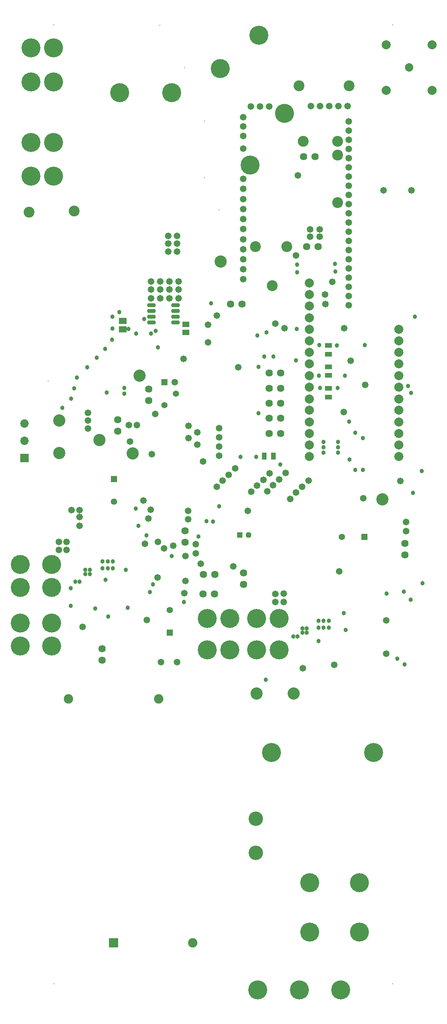
<source format=gbs>
G04*
G04 #@! TF.GenerationSoftware,Altium Limited,Altium Designer,21.0.9 (235)*
G04*
G04 Layer_Color=16711935*
%FSLAX24Y24*%
%MOIN*%
G70*
G04*
G04 #@! TF.SameCoordinates,2D4ACE21-508C-4F28-9509-530EA4604CDE*
G04*
G04*
G04 #@! TF.FilePolarity,Negative*
G04*
G01*
G75*
%ADD68R,0.0639X0.0505*%
%ADD76R,0.0631X0.0434*%
%ADD77R,0.0442X0.0639*%
%ADD84R,0.0659X0.0517*%
%ADD108C,0.0556*%
%ADD109R,0.0556X0.0556*%
%ADD111C,0.1655*%
%ADD112R,0.0730X0.0730*%
%ADD113C,0.0730*%
%ADD114C,0.0946*%
%ADD115C,0.0080*%
%ADD116C,0.1064*%
%ADD117C,0.0789*%
%ADD118C,0.0640*%
%ADD119C,0.0789*%
%ADD120R,0.0540X0.0540*%
%ADD121C,0.0540*%
%ADD122C,0.0821*%
%ADD123R,0.0821X0.0821*%
%ADD124R,0.0556X0.0556*%
%ADD125R,0.0477X0.0477*%
%ADD126P,0.0516X8X202.5*%
%ADD127C,0.1261*%
%ADD128C,0.1655*%
%ADD129C,0.0380*%
%ADD130C,0.0580*%
G04:AMPARAMS|DCode=184|XSize=70.2mil|YSize=31.6mil|CornerRadius=7mil|HoleSize=0mil|Usage=FLASHONLY|Rotation=0.000|XOffset=0mil|YOffset=0mil|HoleType=Round|Shape=RoundedRectangle|*
%AMROUNDEDRECTD184*
21,1,0.0702,0.0177,0,0,0.0*
21,1,0.0563,0.0316,0,0,0.0*
1,1,0.0139,0.0282,-0.0089*
1,1,0.0139,-0.0282,-0.0089*
1,1,0.0139,-0.0282,0.0089*
1,1,0.0139,0.0282,0.0089*
%
%ADD184ROUNDEDRECTD184*%
D68*
X22400Y71638D02*
D03*
Y72342D02*
D03*
D76*
X34830Y69766D02*
D03*
Y70514D02*
D03*
Y67902D02*
D03*
Y68650D02*
D03*
Y66770D02*
D03*
Y66022D02*
D03*
D77*
X29256Y60870D02*
D03*
X30044D02*
D03*
D84*
X16920Y71926D02*
D03*
Y72634D02*
D03*
D108*
X21000Y47484D02*
D03*
X16150Y56909D02*
D03*
X36016Y53850D02*
D03*
D109*
X21000Y45516D02*
D03*
X16150Y58878D02*
D03*
D111*
X35910Y14400D02*
D03*
X32300D02*
D03*
X28690D02*
D03*
X28760Y97530D02*
D03*
X25410Y94620D02*
D03*
X16630Y92520D02*
D03*
X31020Y90730D02*
D03*
X21190Y92520D02*
D03*
X28000Y86220D02*
D03*
X10723Y49466D02*
D03*
X7964D02*
D03*
X10723Y51434D02*
D03*
X7964D02*
D03*
X10723Y44366D02*
D03*
X7964D02*
D03*
X10723Y46334D02*
D03*
X7964D02*
D03*
X8906Y85244D02*
D03*
Y88196D02*
D03*
X10874Y85244D02*
D03*
Y88196D02*
D03*
X8906Y93454D02*
D03*
Y96406D02*
D03*
X10874Y93454D02*
D03*
Y96406D02*
D03*
X28576Y44007D02*
D03*
Y46766D02*
D03*
X30544Y44007D02*
D03*
Y46766D02*
D03*
X24266Y44007D02*
D03*
Y46766D02*
D03*
X26234Y44007D02*
D03*
Y46766D02*
D03*
X29881Y35080D02*
D03*
X38779D02*
D03*
D112*
X8340Y60730D02*
D03*
D113*
Y62230D02*
D03*
Y63730D02*
D03*
X41872Y94708D02*
D03*
D114*
X29927Y75722D02*
D03*
X8740Y82100D02*
D03*
X32260Y93100D02*
D03*
X35644Y82938D02*
D03*
Y87090D02*
D03*
X28470Y79110D02*
D03*
X35644Y88280D02*
D03*
X32650D02*
D03*
X31200Y79110D02*
D03*
X36650Y93100D02*
D03*
X12680Y82230D02*
D03*
D115*
X25310Y82316D02*
D03*
X10405Y67410D02*
D03*
X24040Y90040D02*
D03*
Y85120D02*
D03*
X20150Y98380D02*
D03*
X22300Y94670D02*
D03*
X40449Y98425D02*
D03*
X40449Y14938D02*
D03*
X10921D02*
D03*
Y98425D02*
D03*
D116*
X28580Y40230D02*
D03*
X25450Y77830D02*
D03*
X18370Y67890D02*
D03*
X14880Y62280D02*
D03*
X17790Y61100D02*
D03*
X11380Y63990D02*
D03*
Y61160D02*
D03*
X39540Y57130D02*
D03*
X31820Y40230D02*
D03*
D117*
X39884Y96696D02*
D03*
X43860D02*
D03*
Y92720D02*
D03*
X39884D02*
D03*
D118*
X30670Y68100D02*
D03*
X29670D02*
D03*
X30670Y66790D02*
D03*
X29670D02*
D03*
X30670Y65480D02*
D03*
X29670D02*
D03*
X29660Y64170D02*
D03*
X30660D02*
D03*
Y62860D02*
D03*
X29660D02*
D03*
X27450Y49710D02*
D03*
Y50710D02*
D03*
X27300Y74110D02*
D03*
X26300D02*
D03*
X33670Y86960D02*
D03*
X32670D02*
D03*
X32937Y79100D02*
D03*
X33937D02*
D03*
X19190Y65730D02*
D03*
Y66730D02*
D03*
X16460Y63060D02*
D03*
Y64060D02*
D03*
X41510Y52270D02*
D03*
Y53270D02*
D03*
X24936Y50589D02*
D03*
X23936D02*
D03*
X23900Y48870D02*
D03*
X24900D02*
D03*
X22350Y54384D02*
D03*
Y53384D02*
D03*
X15100Y44100D02*
D03*
Y43100D02*
D03*
D119*
X40974Y66884D02*
D03*
X33171Y71924D02*
D03*
Y72931D02*
D03*
X40974Y69908D02*
D03*
X33171Y74947D02*
D03*
Y70916D02*
D03*
Y69908D02*
D03*
Y68900D02*
D03*
Y67892D02*
D03*
Y66884D02*
D03*
Y65841D02*
D03*
Y64872D02*
D03*
Y63864D02*
D03*
Y62857D02*
D03*
Y61849D02*
D03*
Y60841D02*
D03*
X40974Y71924D02*
D03*
Y70916D02*
D03*
Y68900D02*
D03*
Y67892D02*
D03*
Y65841D02*
D03*
Y64872D02*
D03*
Y63864D02*
D03*
Y62857D02*
D03*
Y61849D02*
D03*
Y60841D02*
D03*
X33171Y73939D02*
D03*
Y75955D02*
D03*
D120*
X20525Y67331D02*
D03*
D121*
Y65331D02*
D03*
X21525Y66331D02*
D03*
D122*
X20047Y39760D02*
D03*
X12173D02*
D03*
X23000Y18500D02*
D03*
D123*
X16110D02*
D03*
D124*
X37984Y53850D02*
D03*
D125*
X27096Y54000D02*
D03*
D126*
X27884D02*
D03*
D127*
X28500Y29300D02*
D03*
Y26347D02*
D03*
D128*
X37551Y23765D02*
D03*
X33220D02*
D03*
X37551Y19435D02*
D03*
X33220D02*
D03*
D129*
X30640Y60140D02*
D03*
X34395Y61655D02*
D03*
X35660D02*
D03*
Y61180D02*
D03*
X34395D02*
D03*
X36650Y63870D02*
D03*
X36660Y60580D02*
D03*
X35650Y66810D02*
D03*
X28650Y71378D02*
D03*
X19960Y70340D02*
D03*
X24773Y55198D02*
D03*
X19360Y71560D02*
D03*
X19770Y71770D02*
D03*
X18760Y72820D02*
D03*
X35420Y77610D02*
D03*
X32096Y77562D02*
D03*
X35430Y76940D02*
D03*
X32120Y76870D02*
D03*
X36270Y67880D02*
D03*
X34009Y67877D02*
D03*
X24620Y74190D02*
D03*
X28730Y68640D02*
D03*
X28749Y64601D02*
D03*
X17411Y71949D02*
D03*
X23520Y53880D02*
D03*
X24200Y55200D02*
D03*
X25310Y56510D02*
D03*
X18280Y54800D02*
D03*
X29390Y41410D02*
D03*
X15630Y46930D02*
D03*
X38004Y70560D02*
D03*
X42050Y66380D02*
D03*
X41780Y66969D02*
D03*
X34050Y70550D02*
D03*
X35580Y70530D02*
D03*
X42370Y73030D02*
D03*
X34120Y66820D02*
D03*
X37840Y62450D02*
D03*
X37170Y62920D02*
D03*
X35660Y62130D02*
D03*
X34395D02*
D03*
X32075Y71944D02*
D03*
X32000Y69219D02*
D03*
X29425Y71644D02*
D03*
X30025Y69544D02*
D03*
X29225D02*
D03*
X18975Y53994D02*
D03*
X18038Y56331D02*
D03*
X12375Y49394D02*
D03*
Y47844D02*
D03*
X22245Y48194D02*
D03*
X19553Y49716D02*
D03*
X40835Y43253D02*
D03*
X41475Y42754D02*
D03*
X41415Y49074D02*
D03*
X39915Y48924D02*
D03*
X43055Y49804D02*
D03*
X41998Y48371D02*
D03*
X42975Y59594D02*
D03*
X42195Y57694D02*
D03*
X37840Y59694D02*
D03*
X37175D02*
D03*
X28540Y60827D02*
D03*
X27180D02*
D03*
X21159Y52174D02*
D03*
X17033Y66826D02*
D03*
X17030Y66320D02*
D03*
X15510Y66400D02*
D03*
X11640Y65090D02*
D03*
X12410Y65880D02*
D03*
X18060Y71540D02*
D03*
X16600Y73400D02*
D03*
X15999Y71999D02*
D03*
X12660Y66790D02*
D03*
X12900Y67700D02*
D03*
X13800Y68600D02*
D03*
X14645Y69445D02*
D03*
X15380Y70200D02*
D03*
X15980Y71000D02*
D03*
X16000Y73000D02*
D03*
X32562Y45533D02*
D03*
Y45873D02*
D03*
X32942D02*
D03*
Y45533D02*
D03*
X32130Y45179D02*
D03*
X31790D02*
D03*
X13650Y50630D02*
D03*
Y50970D02*
D03*
X14030D02*
D03*
Y50630D02*
D03*
X12790Y49940D02*
D03*
X13130D02*
D03*
X17190Y50970D02*
D03*
X15420Y50110D02*
D03*
X36180Y47220D02*
D03*
X36350Y45750D02*
D03*
X33972Y44787D02*
D03*
X17326Y47688D02*
D03*
X14500Y47600D02*
D03*
X19290Y49050D02*
D03*
X34417Y45948D02*
D03*
Y46548D02*
D03*
X15600Y51700D02*
D03*
Y51100D02*
D03*
X16050D02*
D03*
Y51700D02*
D03*
X34867Y45948D02*
D03*
X33967D02*
D03*
Y46548D02*
D03*
X34867D02*
D03*
X15150Y51700D02*
D03*
Y51100D02*
D03*
D130*
X31500Y57160D02*
D03*
X32550Y58210D02*
D03*
X33100Y58760D02*
D03*
X32000Y57710D02*
D03*
X29164Y58824D02*
D03*
X29714Y59374D02*
D03*
X28114Y57774D02*
D03*
X28614Y58324D02*
D03*
X21651Y79377D02*
D03*
X20864D02*
D03*
X26964Y68620D02*
D03*
X36190Y64730D02*
D03*
X38052Y67090D02*
D03*
X36770Y69180D02*
D03*
X17430Y63580D02*
D03*
X26540Y51290D02*
D03*
X22370Y52170D02*
D03*
Y50030D02*
D03*
X23720Y51530D02*
D03*
X32010Y78350D02*
D03*
X34570Y74130D02*
D03*
X34550Y74960D02*
D03*
X35159Y76057D02*
D03*
X27410Y88750D02*
D03*
Y89580D02*
D03*
Y90380D02*
D03*
X36600Y90030D02*
D03*
Y89230D02*
D03*
X29660Y91300D02*
D03*
X28060D02*
D03*
X28860D02*
D03*
X24330Y70780D02*
D03*
Y72330D02*
D03*
X20162Y76090D02*
D03*
X20961D02*
D03*
X19363D02*
D03*
X21760D02*
D03*
X20162Y75370D02*
D03*
X20961D02*
D03*
X19363D02*
D03*
X21760D02*
D03*
X21770Y74600D02*
D03*
X20971D02*
D03*
X20172D02*
D03*
X19373D02*
D03*
X35760Y50840D02*
D03*
X22620Y55370D02*
D03*
Y56126D02*
D03*
X27800Y56130D02*
D03*
X19130Y55440D02*
D03*
X19740Y64550D02*
D03*
X33320Y91340D02*
D03*
X34120D02*
D03*
X23920Y60430D02*
D03*
X41620Y54360D02*
D03*
X12450Y56190D02*
D03*
X22650Y62450D02*
D03*
X13140Y55570D02*
D03*
X13870Y64650D02*
D03*
Y63280D02*
D03*
Y63988D02*
D03*
X17546Y62150D02*
D03*
X12015Y52700D02*
D03*
X11347D02*
D03*
Y53400D02*
D03*
X37870Y57220D02*
D03*
X19340Y56220D02*
D03*
X18720Y57010D02*
D03*
X21320Y53070D02*
D03*
X33240Y79980D02*
D03*
X30997Y72012D02*
D03*
X30197Y72412D02*
D03*
X36197Y72012D02*
D03*
X36600Y74800D02*
D03*
Y74000D02*
D03*
X27408Y80640D02*
D03*
Y79766D02*
D03*
Y78891D02*
D03*
Y78016D02*
D03*
Y77142D02*
D03*
Y76267D02*
D03*
Y81515D02*
D03*
Y87638D02*
D03*
Y85014D02*
D03*
Y84139D02*
D03*
Y82390D02*
D03*
Y83264D02*
D03*
X36600Y76400D02*
D03*
Y75600D02*
D03*
Y77200D02*
D03*
Y78000D02*
D03*
Y78800D02*
D03*
Y79600D02*
D03*
Y80400D02*
D03*
Y81200D02*
D03*
Y82000D02*
D03*
Y83600D02*
D03*
Y82800D02*
D03*
Y84400D02*
D03*
Y85200D02*
D03*
Y86000D02*
D03*
Y86800D02*
D03*
Y87600D02*
D03*
Y88400D02*
D03*
X36520Y91340D02*
D03*
X35720D02*
D03*
X34920D02*
D03*
X13400Y46000D02*
D03*
X22290Y48950D02*
D03*
X20864Y80061D02*
D03*
X21651D02*
D03*
X20864Y78693D02*
D03*
X32160Y85310D02*
D03*
X19000Y46630D02*
D03*
X32600Y42400D02*
D03*
X13150Y56190D02*
D03*
X12015Y53400D02*
D03*
X13140Y54820D02*
D03*
X41620Y55160D02*
D03*
X30213Y48185D02*
D03*
Y48895D02*
D03*
X30933Y48907D02*
D03*
Y48197D02*
D03*
X35350Y42730D02*
D03*
X19450Y61050D02*
D03*
X22650Y63500D02*
D03*
X23400Y61875D02*
D03*
X25100Y73100D02*
D03*
X41100Y58700D02*
D03*
X21651Y78693D02*
D03*
X20257Y42955D02*
D03*
X23400Y62950D02*
D03*
X25100Y58200D02*
D03*
X26700Y59800D02*
D03*
X30550Y58850D02*
D03*
X21450Y67300D02*
D03*
X25300Y60900D02*
D03*
Y61700D02*
D03*
Y62500D02*
D03*
Y63300D02*
D03*
X29500Y57800D02*
D03*
X31100Y59400D02*
D03*
X39890Y46580D02*
D03*
X18140Y63580D02*
D03*
X21657Y42955D02*
D03*
X19950Y50300D02*
D03*
X19970Y53400D02*
D03*
X20500Y52850D02*
D03*
X23290Y53230D02*
D03*
X22200Y69350D02*
D03*
X26150Y59250D02*
D03*
X33240Y80620D02*
D03*
X34060Y79980D02*
D03*
Y80620D02*
D03*
X39890Y43680D02*
D03*
X39650Y84000D02*
D03*
X23290Y52400D02*
D03*
X25600Y58750D02*
D03*
X30000Y58350D02*
D03*
X18850Y53250D02*
D03*
X42060Y84000D02*
D03*
D184*
X21521Y72510D02*
D03*
Y73010D02*
D03*
Y73510D02*
D03*
Y74010D02*
D03*
X19419Y73510D02*
D03*
Y73010D02*
D03*
Y72510D02*
D03*
Y74010D02*
D03*
M02*

</source>
